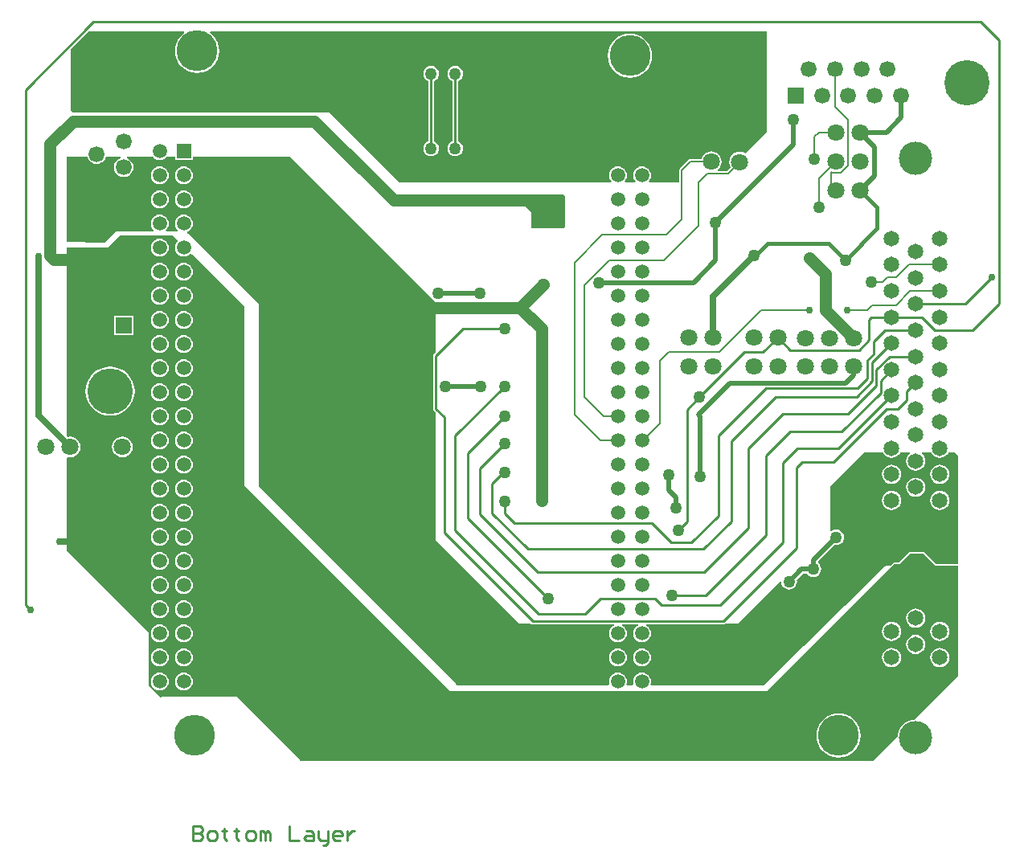
<source format=gbl>
G04*
G04 #@! TF.GenerationSoftware,Altium Limited,Altium Designer,19.0.14 (431)*
G04*
G04 Layer_Physical_Order=2*
G04 Layer_Color=16711680*
%FSLAX25Y25*%
%MOIN*%
G70*
G01*
G75*
%ADD10C,0.01000*%
%ADD15C,0.00800*%
%ADD53C,0.00700*%
%ADD54C,0.05000*%
%ADD55C,0.02000*%
%ADD56C,0.02500*%
%ADD59C,0.01500*%
%ADD60C,0.16929*%
%ADD61C,0.13800*%
%ADD62C,0.06500*%
%ADD63C,0.05906*%
%ADD64R,0.05906X0.05906*%
%ADD65C,0.07087*%
%ADD66C,0.18740*%
%ADD67R,0.06653X0.06653*%
%ADD68C,0.06653*%
%ADD69R,0.06653X0.06653*%
%ADD70C,0.06653*%
%ADD71C,0.18898*%
%ADD72C,0.03000*%
%ADD73C,0.05000*%
G36*
X396700Y573500D02*
X387744Y564544D01*
X387640Y564624D01*
X386608Y565051D01*
X385500Y565197D01*
X384392Y565051D01*
X383360Y564624D01*
X382474Y563944D01*
X381793Y563057D01*
X381366Y562025D01*
X381220Y560917D01*
X381366Y559810D01*
X381793Y558777D01*
X381816Y558748D01*
X380139Y557071D01*
X376407D01*
X376237Y557571D01*
X376763Y557974D01*
X377443Y558860D01*
X377870Y559892D01*
X378016Y561000D01*
X377870Y562108D01*
X377443Y563140D01*
X376763Y564026D01*
X375876Y564707D01*
X374844Y565134D01*
X373736Y565280D01*
X372629Y565134D01*
X371596Y564707D01*
X370710Y564026D01*
X370030Y563140D01*
X369608Y562122D01*
X365000D01*
X365000Y562122D01*
X364571Y562036D01*
X364207Y561793D01*
X364207Y561793D01*
X360624Y558210D01*
X360381Y557846D01*
X360296Y557417D01*
X360296Y557417D01*
Y552453D01*
X347940Y552453D01*
X347728Y552953D01*
X348191Y553555D01*
X348559Y554444D01*
X348684Y555398D01*
X348559Y556351D01*
X348191Y557240D01*
X347605Y558003D01*
X346842Y558588D01*
X345954Y558956D01*
X345000Y559082D01*
X344046Y558956D01*
X343158Y558588D01*
X342395Y558003D01*
X341809Y557240D01*
X341441Y556351D01*
X341316Y555398D01*
X341441Y554444D01*
X341809Y553555D01*
X342272Y552953D01*
X342059Y552453D01*
X337941D01*
X337728Y552953D01*
X338191Y553555D01*
X338559Y554444D01*
X338684Y555398D01*
X338559Y556351D01*
X338191Y557240D01*
X337605Y558003D01*
X336842Y558588D01*
X335954Y558956D01*
X335000Y559082D01*
X334046Y558956D01*
X333158Y558588D01*
X332395Y558003D01*
X331809Y557240D01*
X331441Y556351D01*
X331316Y555398D01*
X331441Y554444D01*
X331809Y553555D01*
X332272Y552953D01*
X332060Y552453D01*
X244547Y552453D01*
X215500Y581500D01*
X109000Y581500D01*
X108000Y582500D01*
Y607770D01*
X115230Y615000D01*
X155014D01*
X155193Y614500D01*
X153988Y613512D01*
X152843Y612116D01*
X151992Y610524D01*
X151468Y608797D01*
X151291Y607000D01*
X151468Y605203D01*
X151992Y603476D01*
X152843Y601884D01*
X153988Y600488D01*
X155384Y599343D01*
X156976Y598492D01*
X158703Y597968D01*
X160500Y597791D01*
X162297Y597968D01*
X164024Y598492D01*
X165616Y599343D01*
X167012Y600488D01*
X168157Y601884D01*
X169008Y603476D01*
X169532Y605203D01*
X169709Y607000D01*
X169532Y608797D01*
X169008Y610524D01*
X168157Y612116D01*
X167012Y613512D01*
X165807Y614500D01*
X165986Y615000D01*
X396700D01*
X396700Y573500D01*
D02*
G37*
G36*
X259500Y502398D02*
Y482230D01*
X258635Y481365D01*
X258370Y480968D01*
X258277Y480500D01*
Y458500D01*
X258370Y458032D01*
X258635Y457635D01*
X259500Y456770D01*
Y404056D01*
X294056Y369500D01*
X298825D01*
X299185Y369260D01*
X299653Y369166D01*
X333247D01*
X333346Y368666D01*
X333158Y368588D01*
X332395Y368003D01*
X331809Y367240D01*
X331441Y366351D01*
X331316Y365398D01*
X331441Y364444D01*
X331809Y363556D01*
X332395Y362792D01*
X333158Y362207D01*
X334046Y361839D01*
X335000Y361713D01*
X335954Y361839D01*
X336842Y362207D01*
X337605Y362792D01*
X338191Y363556D01*
X338559Y364444D01*
X338684Y365398D01*
X338559Y366351D01*
X338191Y367240D01*
X337605Y368003D01*
X336842Y368588D01*
X336654Y368666D01*
X336753Y369166D01*
X343247D01*
X343346Y368666D01*
X343158Y368588D01*
X342395Y368003D01*
X341809Y367240D01*
X341441Y366351D01*
X341316Y365398D01*
X341441Y364444D01*
X341809Y363556D01*
X342395Y362792D01*
X343158Y362207D01*
X344046Y361839D01*
X345000Y361713D01*
X345954Y361839D01*
X346842Y362207D01*
X347605Y362792D01*
X348191Y363556D01*
X348559Y364444D01*
X348684Y365398D01*
X348559Y366351D01*
X348191Y367240D01*
X347605Y368003D01*
X346842Y368588D01*
X346654Y368666D01*
X346753Y369166D01*
X378631D01*
X379100Y369260D01*
X379460Y369500D01*
X384763D01*
X402331Y387068D01*
X402779Y386847D01*
X402772Y386795D01*
X402882Y385960D01*
X403205Y385181D01*
X403718Y384513D01*
X404386Y384000D01*
X405165Y383678D01*
X406000Y383568D01*
X406835Y383678D01*
X407614Y384000D01*
X408282Y384513D01*
X408795Y385181D01*
X409118Y385960D01*
X409228Y386795D01*
X409137Y387481D01*
X411923Y390267D01*
X413297D01*
X413718Y389718D01*
X414386Y389205D01*
X415165Y388882D01*
X416000Y388772D01*
X416835Y388882D01*
X417614Y389205D01*
X418282Y389718D01*
X418795Y390386D01*
X419118Y391165D01*
X419228Y392000D01*
X419118Y392835D01*
X418795Y393614D01*
X418282Y394282D01*
X417921Y394560D01*
X417891Y395140D01*
X424814Y402063D01*
X425500Y401972D01*
X426335Y402082D01*
X427114Y402405D01*
X427782Y402918D01*
X428295Y403586D01*
X428618Y404365D01*
X428728Y405200D01*
X428618Y406035D01*
X428295Y406814D01*
X427782Y407482D01*
X427114Y407995D01*
X426335Y408318D01*
X425500Y408428D01*
X424665Y408318D01*
X423886Y407995D01*
X423477Y407681D01*
X423000Y407945D01*
Y426500D01*
X437000Y440500D01*
X444939D01*
X445050Y440232D01*
X445683Y439407D01*
X446508Y438774D01*
X447469Y438376D01*
X448500Y438240D01*
X449531Y438376D01*
X450492Y438774D01*
X451317Y439407D01*
X451950Y440232D01*
X452061Y440500D01*
X455996D01*
X456166Y440000D01*
X455683Y439630D01*
X455050Y438804D01*
X454652Y437844D01*
X454516Y436812D01*
X454652Y435781D01*
X455050Y434820D01*
X455683Y433995D01*
X456508Y433362D01*
X457469Y432964D01*
X458500Y432828D01*
X459531Y432964D01*
X460492Y433362D01*
X461317Y433995D01*
X461950Y434820D01*
X462348Y435781D01*
X462484Y436812D01*
X462348Y437844D01*
X461950Y438804D01*
X461317Y439630D01*
X460834Y440000D01*
X461004Y440500D01*
X464939D01*
X465050Y440232D01*
X465683Y439407D01*
X466508Y438774D01*
X467469Y438376D01*
X468500Y438240D01*
X469531Y438376D01*
X470492Y438774D01*
X471317Y439407D01*
X471950Y440232D01*
X472061Y440500D01*
X474758D01*
X476000Y439258D01*
X476000Y394714D01*
X476000Y394214D01*
X467015D01*
X462223Y399005D01*
X461992Y399159D01*
X461719Y399214D01*
X456381D01*
X456108Y399159D01*
X455877Y399005D01*
X455372Y398500D01*
X455191D01*
X451404Y394714D01*
X449500Y394714D01*
X449227Y394659D01*
X448995Y394505D01*
X447991Y393500D01*
X446080D01*
X445576Y392996D01*
X395509Y343929D01*
X348795D01*
X348517Y344345D01*
X348559Y344444D01*
X348684Y345398D01*
X348559Y346351D01*
X348191Y347240D01*
X347605Y348003D01*
X346842Y348588D01*
X345954Y348956D01*
X345000Y349082D01*
X344046Y348956D01*
X343158Y348588D01*
X342395Y348003D01*
X341809Y347240D01*
X341441Y346351D01*
X341316Y345398D01*
X341441Y344444D01*
X341482Y344345D01*
X341205Y343929D01*
X338795D01*
X338517Y344345D01*
X338559Y344444D01*
X338684Y345398D01*
X338559Y346351D01*
X338191Y347240D01*
X337605Y348003D01*
X336842Y348588D01*
X335954Y348956D01*
X335000Y349082D01*
X334046Y348956D01*
X333158Y348588D01*
X332395Y348003D01*
X331809Y347240D01*
X331441Y346351D01*
X331316Y345398D01*
X331441Y344444D01*
X331483Y344345D01*
X331205Y343929D01*
X268450D01*
X186000Y426379D01*
X186000Y502000D01*
X156419Y531581D01*
X156516Y532072D01*
X156842Y532207D01*
X157605Y532793D01*
X158191Y533556D01*
X158559Y534444D01*
X158684Y535398D01*
X158559Y536351D01*
X158191Y537240D01*
X157605Y538003D01*
X156842Y538588D01*
X155954Y538956D01*
X155000Y539082D01*
X154046Y538956D01*
X153158Y538588D01*
X152395Y538003D01*
X151809Y537240D01*
X151441Y536351D01*
X151316Y535398D01*
X151441Y534444D01*
X151809Y533556D01*
X152395Y532793D01*
X152541Y532681D01*
X152380Y532207D01*
X147620Y532207D01*
X147459Y532681D01*
X147605Y532793D01*
X148191Y533556D01*
X148559Y534444D01*
X148684Y535398D01*
X148559Y536351D01*
X148191Y537240D01*
X147605Y538003D01*
X146842Y538588D01*
X145954Y538956D01*
X145000Y539082D01*
X144046Y538956D01*
X143158Y538588D01*
X142395Y538003D01*
X141809Y537240D01*
X141441Y536351D01*
X141316Y535398D01*
X141441Y534444D01*
X141809Y533556D01*
X142395Y532793D01*
X142541Y532681D01*
X142380Y532207D01*
X126827Y532207D01*
X121891Y527271D01*
X106500Y527636D01*
X106500Y563000D01*
X114917D01*
X115294Y562091D01*
X115939Y561250D01*
X116780Y560605D01*
X117760Y560199D01*
X118811Y560061D01*
X119862Y560199D01*
X120842Y560605D01*
X121683Y561250D01*
X122328Y562091D01*
X122705Y563000D01*
X128618D01*
X128718Y562500D01*
X127961Y562187D01*
X127120Y561541D01*
X126475Y560700D01*
X126069Y559721D01*
X125931Y558669D01*
X126069Y557618D01*
X126475Y556639D01*
X127120Y555797D01*
X127961Y555152D01*
X128941Y554746D01*
X129992Y554608D01*
X131043Y554746D01*
X132023Y555152D01*
X132864Y555797D01*
X133510Y556639D01*
X133915Y557618D01*
X134054Y558669D01*
X133915Y559721D01*
X133510Y560700D01*
X132864Y561541D01*
X132023Y562187D01*
X131266Y562500D01*
X131366Y563000D01*
X142236D01*
X142395Y562792D01*
X143158Y562207D01*
X144046Y561839D01*
X145000Y561713D01*
X145954Y561839D01*
X146842Y562207D01*
X147605Y562792D01*
X147764Y563000D01*
X151347D01*
Y561745D01*
X158653D01*
Y563000D01*
X198898D01*
X259500Y502398D01*
D02*
G37*
G36*
X313181Y546819D02*
Y534181D01*
X313181Y534181D01*
X312500Y533500D01*
X299000D01*
Y540000D01*
X296000Y543000D01*
Y547500D01*
X312500D01*
X313181Y546819D01*
D02*
G37*
G36*
X150500Y530500D02*
X152468Y528533D01*
X152435Y528033D01*
X152395Y528003D01*
X151809Y527240D01*
X151441Y526351D01*
X151316Y525398D01*
X151441Y524444D01*
X151809Y523556D01*
X152395Y522792D01*
X153158Y522207D01*
X154046Y521839D01*
X155000Y521713D01*
X155954Y521839D01*
X156842Y522207D01*
X157605Y522792D01*
X157636Y522832D01*
X158135Y522865D01*
X180000Y501000D01*
X180000Y426725D01*
X265225Y341500D01*
X397000Y341500D01*
X449500Y394000D01*
X451881Y394000D01*
X456381Y398500D01*
X461719D01*
X466719Y393500D01*
X476000D01*
Y347652D01*
X457872Y329524D01*
X457010Y329439D01*
X455578Y329004D01*
X454257Y328298D01*
X453100Y327349D01*
X452150Y326191D01*
X451444Y324871D01*
X451010Y323439D01*
X450925Y322577D01*
X440848Y312500D01*
X203398D01*
X176898Y339000D01*
X145571D01*
X145500Y338929D01*
X140500Y343929D01*
X140500Y365807D01*
X106500Y399806D01*
X106500Y438136D01*
X107000Y438514D01*
X107808Y438408D01*
X108916Y438554D01*
X109948Y438981D01*
X110834Y439662D01*
X111514Y440548D01*
X111942Y441580D01*
X112088Y442688D01*
X111942Y443796D01*
X111514Y444828D01*
X110834Y445714D01*
X109948Y446394D01*
X108916Y446822D01*
X107808Y446968D01*
X107000Y446862D01*
X106526Y447220D01*
X106500Y447280D01*
X106500Y525398D01*
X123445Y525398D01*
X128547Y530500D01*
X150500Y530500D01*
D02*
G37*
%LPC*%
G36*
X340000Y614209D02*
X338203Y614032D01*
X336476Y613508D01*
X334884Y612657D01*
X333488Y611512D01*
X332343Y610116D01*
X331492Y608524D01*
X330968Y606797D01*
X330791Y605000D01*
X330968Y603203D01*
X331492Y601476D01*
X332343Y599884D01*
X333488Y598488D01*
X334884Y597343D01*
X336476Y596492D01*
X338203Y595968D01*
X340000Y595791D01*
X341797Y595968D01*
X343524Y596492D01*
X345116Y597343D01*
X346512Y598488D01*
X347657Y599884D01*
X348508Y601476D01*
X349032Y603203D01*
X349209Y605000D01*
X349032Y606797D01*
X348508Y608524D01*
X347657Y610116D01*
X346512Y611512D01*
X345116Y612657D01*
X343524Y613508D01*
X341797Y614032D01*
X340000Y614209D01*
D02*
G37*
G36*
X267500Y600728D02*
X266665Y600618D01*
X265886Y600295D01*
X265218Y599782D01*
X264705Y599114D01*
X264382Y598335D01*
X264272Y597500D01*
X264382Y596665D01*
X264705Y595886D01*
X265218Y595218D01*
X265886Y594705D01*
X266277Y594543D01*
Y569457D01*
X265886Y569295D01*
X265218Y568782D01*
X264705Y568114D01*
X264382Y567335D01*
X264272Y566500D01*
X264382Y565665D01*
X264705Y564886D01*
X265218Y564218D01*
X265886Y563705D01*
X266665Y563382D01*
X267500Y563272D01*
X268335Y563382D01*
X269114Y563705D01*
X269782Y564218D01*
X270295Y564886D01*
X270618Y565665D01*
X270728Y566500D01*
X270618Y567335D01*
X270295Y568114D01*
X269782Y568782D01*
X269114Y569295D01*
X268724Y569457D01*
Y594543D01*
X269114Y594705D01*
X269782Y595218D01*
X270295Y595886D01*
X270618Y596665D01*
X270728Y597500D01*
X270618Y598335D01*
X270295Y599114D01*
X269782Y599782D01*
X269114Y600295D01*
X268335Y600618D01*
X267500Y600728D01*
D02*
G37*
G36*
X257500D02*
X256665Y600618D01*
X255886Y600295D01*
X255218Y599782D01*
X254705Y599114D01*
X254382Y598335D01*
X254272Y597500D01*
X254382Y596665D01*
X254705Y595886D01*
X255218Y595218D01*
X255886Y594705D01*
X256276Y594543D01*
Y569457D01*
X255886Y569295D01*
X255218Y568782D01*
X254705Y568114D01*
X254382Y567335D01*
X254272Y566500D01*
X254382Y565665D01*
X254705Y564886D01*
X255218Y564218D01*
X255886Y563705D01*
X256665Y563382D01*
X257500Y563272D01*
X258335Y563382D01*
X259114Y563705D01*
X259782Y564218D01*
X260295Y564886D01*
X260618Y565665D01*
X260728Y566500D01*
X260618Y567335D01*
X260295Y568114D01*
X259782Y568782D01*
X259114Y569295D01*
X258723Y569457D01*
Y594543D01*
X259114Y594705D01*
X259782Y595218D01*
X260295Y595886D01*
X260618Y596665D01*
X260728Y597500D01*
X260618Y598335D01*
X260295Y599114D01*
X259782Y599782D01*
X259114Y600295D01*
X258335Y600618D01*
X257500Y600728D01*
D02*
G37*
G36*
X155000Y559082D02*
X154046Y558956D01*
X153158Y558588D01*
X152395Y558003D01*
X151809Y557240D01*
X151441Y556351D01*
X151316Y555398D01*
X151441Y554444D01*
X151809Y553555D01*
X152395Y552793D01*
X153158Y552207D01*
X154046Y551839D01*
X155000Y551713D01*
X155954Y551839D01*
X156842Y552207D01*
X157605Y552793D01*
X158191Y553555D01*
X158559Y554444D01*
X158684Y555398D01*
X158559Y556351D01*
X158191Y557240D01*
X157605Y558003D01*
X156842Y558588D01*
X155954Y558956D01*
X155000Y559082D01*
D02*
G37*
G36*
X145000D02*
X144046Y558956D01*
X143158Y558588D01*
X142395Y558003D01*
X141809Y557240D01*
X141441Y556351D01*
X141316Y555398D01*
X141441Y554444D01*
X141809Y553555D01*
X142395Y552793D01*
X143158Y552207D01*
X144046Y551839D01*
X145000Y551713D01*
X145954Y551839D01*
X146842Y552207D01*
X147605Y552793D01*
X148191Y553555D01*
X148559Y554444D01*
X148684Y555398D01*
X148559Y556351D01*
X148191Y557240D01*
X147605Y558003D01*
X146842Y558588D01*
X145954Y558956D01*
X145000Y559082D01*
D02*
G37*
G36*
X155000Y549082D02*
X154046Y548956D01*
X153158Y548588D01*
X152395Y548003D01*
X151809Y547240D01*
X151441Y546351D01*
X151316Y545398D01*
X151441Y544444D01*
X151809Y543555D01*
X152395Y542793D01*
X153158Y542207D01*
X154046Y541839D01*
X155000Y541713D01*
X155954Y541839D01*
X156842Y542207D01*
X157605Y542793D01*
X158191Y543555D01*
X158559Y544444D01*
X158684Y545398D01*
X158559Y546351D01*
X158191Y547240D01*
X157605Y548003D01*
X156842Y548588D01*
X155954Y548956D01*
X155000Y549082D01*
D02*
G37*
G36*
X145000D02*
X144046Y548956D01*
X143158Y548588D01*
X142395Y548003D01*
X141809Y547240D01*
X141441Y546351D01*
X141316Y545398D01*
X141441Y544444D01*
X141809Y543555D01*
X142395Y542793D01*
X143158Y542207D01*
X144046Y541839D01*
X145000Y541713D01*
X145954Y541839D01*
X146842Y542207D01*
X147605Y542793D01*
X148191Y543555D01*
X148559Y544444D01*
X148684Y545398D01*
X148559Y546351D01*
X148191Y547240D01*
X147605Y548003D01*
X146842Y548588D01*
X145954Y548956D01*
X145000Y549082D01*
D02*
G37*
G36*
X468500Y435342D02*
X467469Y435207D01*
X466508Y434809D01*
X465683Y434175D01*
X465050Y433350D01*
X464652Y432389D01*
X464516Y431358D01*
X464652Y430327D01*
X465050Y429366D01*
X465683Y428541D01*
X466508Y427908D01*
X467469Y427510D01*
X468500Y427374D01*
X469531Y427510D01*
X470492Y427908D01*
X471317Y428541D01*
X471950Y429366D01*
X472348Y430327D01*
X472484Y431358D01*
X472348Y432389D01*
X471950Y433350D01*
X471317Y434175D01*
X470492Y434809D01*
X469531Y435207D01*
X468500Y435342D01*
D02*
G37*
G36*
X448500D02*
X447469Y435207D01*
X446508Y434809D01*
X445683Y434175D01*
X445050Y433350D01*
X444652Y432389D01*
X444516Y431358D01*
X444652Y430327D01*
X445050Y429366D01*
X445683Y428541D01*
X446508Y427908D01*
X447469Y427510D01*
X448500Y427374D01*
X449531Y427510D01*
X450492Y427908D01*
X451317Y428541D01*
X451950Y429366D01*
X452348Y430327D01*
X452484Y431358D01*
X452348Y432389D01*
X451950Y433350D01*
X451317Y434175D01*
X450492Y434809D01*
X449531Y435207D01*
X448500Y435342D01*
D02*
G37*
G36*
X458500Y429933D02*
X457469Y429797D01*
X456508Y429399D01*
X455683Y428766D01*
X455050Y427941D01*
X454652Y426980D01*
X454516Y425949D01*
X454652Y424918D01*
X455050Y423957D01*
X455683Y423132D01*
X456508Y422499D01*
X457469Y422100D01*
X458500Y421965D01*
X459531Y422100D01*
X460492Y422499D01*
X461317Y423132D01*
X461950Y423957D01*
X462348Y424918D01*
X462484Y425949D01*
X462348Y426980D01*
X461950Y427941D01*
X461317Y428766D01*
X460492Y429399D01*
X459531Y429797D01*
X458500Y429933D01*
D02*
G37*
G36*
X468500Y424476D02*
X467469Y424340D01*
X466508Y423942D01*
X465683Y423309D01*
X465050Y422484D01*
X464652Y421523D01*
X464516Y420492D01*
X464652Y419461D01*
X465050Y418500D01*
X465683Y417675D01*
X466508Y417042D01*
X467469Y416644D01*
X468500Y416508D01*
X469531Y416644D01*
X470492Y417042D01*
X471317Y417675D01*
X471950Y418500D01*
X472348Y419461D01*
X472484Y420492D01*
X472348Y421523D01*
X471950Y422484D01*
X471317Y423309D01*
X470492Y423942D01*
X469531Y424340D01*
X468500Y424476D01*
D02*
G37*
G36*
X448500D02*
X447469Y424340D01*
X446508Y423942D01*
X445683Y423309D01*
X445050Y422484D01*
X444652Y421523D01*
X444516Y420492D01*
X444652Y419461D01*
X445050Y418500D01*
X445683Y417675D01*
X446508Y417042D01*
X447469Y416644D01*
X448500Y416508D01*
X449531Y416644D01*
X450492Y417042D01*
X451317Y417675D01*
X451950Y418500D01*
X452348Y419461D01*
X452484Y420492D01*
X452348Y421523D01*
X451950Y422484D01*
X451317Y423309D01*
X450492Y423942D01*
X449531Y424340D01*
X448500Y424476D01*
D02*
G37*
G36*
X345000Y359082D02*
X344046Y358956D01*
X343158Y358588D01*
X342395Y358003D01*
X341809Y357240D01*
X341441Y356351D01*
X341316Y355398D01*
X341441Y354444D01*
X341809Y353555D01*
X342395Y352793D01*
X343158Y352207D01*
X344046Y351839D01*
X345000Y351713D01*
X345954Y351839D01*
X346842Y352207D01*
X347605Y352793D01*
X348191Y353555D01*
X348559Y354444D01*
X348684Y355398D01*
X348559Y356351D01*
X348191Y357240D01*
X347605Y358003D01*
X346842Y358588D01*
X345954Y358956D01*
X345000Y359082D01*
D02*
G37*
G36*
X335000D02*
X334046Y358956D01*
X333158Y358588D01*
X332395Y358003D01*
X331809Y357240D01*
X331441Y356351D01*
X331316Y355398D01*
X331441Y354444D01*
X331809Y353555D01*
X332395Y352793D01*
X333158Y352207D01*
X334046Y351839D01*
X335000Y351713D01*
X335954Y351839D01*
X336842Y352207D01*
X337605Y352793D01*
X338191Y353555D01*
X338559Y354444D01*
X338684Y355398D01*
X338559Y356351D01*
X338191Y357240D01*
X337605Y358003D01*
X336842Y358588D01*
X335954Y358956D01*
X335000Y359082D01*
D02*
G37*
G36*
X145000Y529082D02*
X144046Y528956D01*
X143158Y528588D01*
X142395Y528003D01*
X141809Y527240D01*
X141441Y526351D01*
X141316Y525398D01*
X141441Y524444D01*
X141809Y523556D01*
X142395Y522792D01*
X143158Y522207D01*
X144046Y521839D01*
X145000Y521713D01*
X145954Y521839D01*
X146842Y522207D01*
X147605Y522792D01*
X148191Y523556D01*
X148559Y524444D01*
X148684Y525398D01*
X148559Y526351D01*
X148191Y527240D01*
X147605Y528003D01*
X146842Y528588D01*
X145954Y528956D01*
X145000Y529082D01*
D02*
G37*
G36*
X155000Y519082D02*
X154046Y518956D01*
X153158Y518588D01*
X152395Y518003D01*
X151809Y517240D01*
X151441Y516351D01*
X151316Y515398D01*
X151441Y514444D01*
X151809Y513555D01*
X152395Y512792D01*
X153158Y512207D01*
X154046Y511839D01*
X155000Y511713D01*
X155954Y511839D01*
X156842Y512207D01*
X157605Y512792D01*
X158191Y513555D01*
X158559Y514444D01*
X158684Y515398D01*
X158559Y516351D01*
X158191Y517240D01*
X157605Y518003D01*
X156842Y518588D01*
X155954Y518956D01*
X155000Y519082D01*
D02*
G37*
G36*
X145000D02*
X144046Y518956D01*
X143158Y518588D01*
X142395Y518003D01*
X141809Y517240D01*
X141441Y516351D01*
X141316Y515398D01*
X141441Y514444D01*
X141809Y513555D01*
X142395Y512792D01*
X143158Y512207D01*
X144046Y511839D01*
X145000Y511713D01*
X145954Y511839D01*
X146842Y512207D01*
X147605Y512792D01*
X148191Y513555D01*
X148559Y514444D01*
X148684Y515398D01*
X148559Y516351D01*
X148191Y517240D01*
X147605Y518003D01*
X146842Y518588D01*
X145954Y518956D01*
X145000Y519082D01*
D02*
G37*
G36*
X155000Y509082D02*
X154046Y508956D01*
X153158Y508588D01*
X152395Y508003D01*
X151809Y507240D01*
X151441Y506351D01*
X151316Y505398D01*
X151441Y504444D01*
X151809Y503555D01*
X152395Y502793D01*
X153158Y502207D01*
X154046Y501839D01*
X155000Y501713D01*
X155954Y501839D01*
X156842Y502207D01*
X157605Y502793D01*
X158191Y503555D01*
X158559Y504444D01*
X158684Y505398D01*
X158559Y506351D01*
X158191Y507240D01*
X157605Y508003D01*
X156842Y508588D01*
X155954Y508956D01*
X155000Y509082D01*
D02*
G37*
G36*
X145000D02*
X144046Y508956D01*
X143158Y508588D01*
X142395Y508003D01*
X141809Y507240D01*
X141441Y506351D01*
X141316Y505398D01*
X141441Y504444D01*
X141809Y503555D01*
X142395Y502793D01*
X143158Y502207D01*
X144046Y501839D01*
X145000Y501713D01*
X145954Y501839D01*
X146842Y502207D01*
X147605Y502793D01*
X148191Y503555D01*
X148559Y504444D01*
X148684Y505398D01*
X148559Y506351D01*
X148191Y507240D01*
X147605Y508003D01*
X146842Y508588D01*
X145954Y508956D01*
X145000Y509082D01*
D02*
G37*
G36*
X155000Y499082D02*
X154046Y498956D01*
X153158Y498588D01*
X152395Y498003D01*
X151809Y497240D01*
X151441Y496351D01*
X151316Y495398D01*
X151441Y494444D01*
X151809Y493555D01*
X152395Y492793D01*
X153158Y492207D01*
X154046Y491839D01*
X155000Y491713D01*
X155954Y491839D01*
X156842Y492207D01*
X157605Y492793D01*
X158191Y493555D01*
X158559Y494444D01*
X158684Y495398D01*
X158559Y496351D01*
X158191Y497240D01*
X157605Y498003D01*
X156842Y498588D01*
X155954Y498956D01*
X155000Y499082D01*
D02*
G37*
G36*
X145000D02*
X144046Y498956D01*
X143158Y498588D01*
X142395Y498003D01*
X141809Y497240D01*
X141441Y496351D01*
X141316Y495398D01*
X141441Y494444D01*
X141809Y493555D01*
X142395Y492793D01*
X143158Y492207D01*
X144046Y491839D01*
X145000Y491713D01*
X145954Y491839D01*
X146842Y492207D01*
X147605Y492793D01*
X148191Y493555D01*
X148559Y494444D01*
X148684Y495398D01*
X148559Y496351D01*
X148191Y497240D01*
X147605Y498003D01*
X146842Y498588D01*
X145954Y498956D01*
X145000Y499082D01*
D02*
G37*
G36*
X134019Y497263D02*
X125965D01*
Y489209D01*
X134019D01*
Y497263D01*
D02*
G37*
G36*
X155000Y489082D02*
X154046Y488956D01*
X153158Y488588D01*
X152395Y488003D01*
X151809Y487240D01*
X151441Y486351D01*
X151316Y485398D01*
X151441Y484444D01*
X151809Y483556D01*
X152395Y482793D01*
X153158Y482207D01*
X154046Y481839D01*
X155000Y481713D01*
X155954Y481839D01*
X156842Y482207D01*
X157605Y482793D01*
X158191Y483556D01*
X158559Y484444D01*
X158684Y485398D01*
X158559Y486351D01*
X158191Y487240D01*
X157605Y488003D01*
X156842Y488588D01*
X155954Y488956D01*
X155000Y489082D01*
D02*
G37*
G36*
X145000D02*
X144046Y488956D01*
X143158Y488588D01*
X142395Y488003D01*
X141809Y487240D01*
X141441Y486351D01*
X141316Y485398D01*
X141441Y484444D01*
X141809Y483556D01*
X142395Y482793D01*
X143158Y482207D01*
X144046Y481839D01*
X145000Y481713D01*
X145954Y481839D01*
X146842Y482207D01*
X147605Y482793D01*
X148191Y483556D01*
X148559Y484444D01*
X148684Y485398D01*
X148559Y486351D01*
X148191Y487240D01*
X147605Y488003D01*
X146842Y488588D01*
X145954Y488956D01*
X145000Y489082D01*
D02*
G37*
G36*
X155000Y479082D02*
X154046Y478956D01*
X153158Y478588D01*
X152395Y478003D01*
X151809Y477240D01*
X151441Y476351D01*
X151316Y475398D01*
X151441Y474444D01*
X151809Y473556D01*
X152395Y472792D01*
X153158Y472207D01*
X154046Y471839D01*
X155000Y471713D01*
X155954Y471839D01*
X156842Y472207D01*
X157605Y472792D01*
X158191Y473556D01*
X158559Y474444D01*
X158684Y475398D01*
X158559Y476351D01*
X158191Y477240D01*
X157605Y478003D01*
X156842Y478588D01*
X155954Y478956D01*
X155000Y479082D01*
D02*
G37*
G36*
X145000D02*
X144046Y478956D01*
X143158Y478588D01*
X142395Y478003D01*
X141809Y477240D01*
X141441Y476351D01*
X141316Y475398D01*
X141441Y474444D01*
X141809Y473556D01*
X142395Y472792D01*
X143158Y472207D01*
X144046Y471839D01*
X145000Y471713D01*
X145954Y471839D01*
X146842Y472207D01*
X147605Y472792D01*
X148191Y473556D01*
X148559Y474444D01*
X148684Y475398D01*
X148559Y476351D01*
X148191Y477240D01*
X147605Y478003D01*
X146842Y478588D01*
X145954Y478956D01*
X145000Y479082D01*
D02*
G37*
G36*
X155000Y469082D02*
X154046Y468956D01*
X153158Y468588D01*
X152395Y468003D01*
X151809Y467240D01*
X151441Y466351D01*
X151316Y465398D01*
X151441Y464444D01*
X151809Y463555D01*
X152395Y462792D01*
X153158Y462207D01*
X154046Y461839D01*
X155000Y461713D01*
X155954Y461839D01*
X156842Y462207D01*
X157605Y462792D01*
X158191Y463555D01*
X158559Y464444D01*
X158684Y465398D01*
X158559Y466351D01*
X158191Y467240D01*
X157605Y468003D01*
X156842Y468588D01*
X155954Y468956D01*
X155000Y469082D01*
D02*
G37*
G36*
X145000D02*
X144046Y468956D01*
X143158Y468588D01*
X142395Y468003D01*
X141809Y467240D01*
X141441Y466351D01*
X141316Y465398D01*
X141441Y464444D01*
X141809Y463555D01*
X142395Y462792D01*
X143158Y462207D01*
X144046Y461839D01*
X145000Y461713D01*
X145954Y461839D01*
X146842Y462207D01*
X147605Y462792D01*
X148191Y463555D01*
X148559Y464444D01*
X148684Y465398D01*
X148559Y466351D01*
X148191Y467240D01*
X147605Y468003D01*
X146842Y468588D01*
X145954Y468956D01*
X145000Y469082D01*
D02*
G37*
G36*
X124402Y476013D02*
X122412Y475817D01*
X120499Y475237D01*
X118736Y474294D01*
X117191Y473026D01*
X115922Y471481D01*
X114980Y469718D01*
X114400Y467804D01*
X114204Y465815D01*
X114400Y463825D01*
X114980Y461912D01*
X115922Y460149D01*
X117191Y458604D01*
X118736Y457336D01*
X120499Y456393D01*
X122412Y455813D01*
X124402Y455617D01*
X126391Y455813D01*
X128304Y456393D01*
X130067Y457336D01*
X131613Y458604D01*
X132881Y460149D01*
X133823Y461912D01*
X134404Y463825D01*
X134599Y465815D01*
X134404Y467804D01*
X133823Y469718D01*
X132881Y471481D01*
X131613Y473026D01*
X130067Y474294D01*
X128304Y475237D01*
X126391Y475817D01*
X124402Y476013D01*
D02*
G37*
G36*
X155000Y459082D02*
X154046Y458956D01*
X153158Y458588D01*
X152395Y458003D01*
X151809Y457240D01*
X151441Y456351D01*
X151316Y455398D01*
X151441Y454444D01*
X151809Y453555D01*
X152395Y452793D01*
X153158Y452207D01*
X154046Y451839D01*
X155000Y451713D01*
X155954Y451839D01*
X156842Y452207D01*
X157605Y452793D01*
X158191Y453555D01*
X158559Y454444D01*
X158684Y455398D01*
X158559Y456351D01*
X158191Y457240D01*
X157605Y458003D01*
X156842Y458588D01*
X155954Y458956D01*
X155000Y459082D01*
D02*
G37*
G36*
X145000D02*
X144046Y458956D01*
X143158Y458588D01*
X142395Y458003D01*
X141809Y457240D01*
X141441Y456351D01*
X141316Y455398D01*
X141441Y454444D01*
X141809Y453555D01*
X142395Y452793D01*
X143158Y452207D01*
X144046Y451839D01*
X145000Y451713D01*
X145954Y451839D01*
X146842Y452207D01*
X147605Y452793D01*
X148191Y453555D01*
X148559Y454444D01*
X148684Y455398D01*
X148559Y456351D01*
X148191Y457240D01*
X147605Y458003D01*
X146842Y458588D01*
X145954Y458956D01*
X145000Y459082D01*
D02*
G37*
G36*
X155000Y449082D02*
X154046Y448956D01*
X153158Y448588D01*
X152395Y448003D01*
X151809Y447240D01*
X151441Y446351D01*
X151316Y445398D01*
X151441Y444444D01*
X151809Y443555D01*
X152395Y442793D01*
X153158Y442207D01*
X154046Y441839D01*
X155000Y441713D01*
X155954Y441839D01*
X156842Y442207D01*
X157605Y442793D01*
X158191Y443555D01*
X158559Y444444D01*
X158684Y445398D01*
X158559Y446351D01*
X158191Y447240D01*
X157605Y448003D01*
X156842Y448588D01*
X155954Y448956D01*
X155000Y449082D01*
D02*
G37*
G36*
X145000D02*
X144046Y448956D01*
X143158Y448588D01*
X142395Y448003D01*
X141809Y447240D01*
X141441Y446351D01*
X141316Y445398D01*
X141441Y444444D01*
X141809Y443555D01*
X142395Y442793D01*
X143158Y442207D01*
X144046Y441839D01*
X145000Y441713D01*
X145954Y441839D01*
X146842Y442207D01*
X147605Y442793D01*
X148191Y443555D01*
X148559Y444444D01*
X148684Y445398D01*
X148559Y446351D01*
X148191Y447240D01*
X147605Y448003D01*
X146842Y448588D01*
X145954Y448956D01*
X145000Y449082D01*
D02*
G37*
G36*
X129466Y446968D02*
X128358Y446822D01*
X127326Y446394D01*
X126439Y445714D01*
X125759Y444828D01*
X125332Y443796D01*
X125186Y442688D01*
X125332Y441580D01*
X125759Y440548D01*
X126439Y439662D01*
X127326Y438981D01*
X128358Y438554D01*
X129466Y438408D01*
X130574Y438554D01*
X131606Y438981D01*
X132492Y439662D01*
X133172Y440548D01*
X133600Y441580D01*
X133746Y442688D01*
X133600Y443796D01*
X133172Y444828D01*
X132492Y445714D01*
X131606Y446394D01*
X130574Y446822D01*
X129466Y446968D01*
D02*
G37*
G36*
X155000Y439082D02*
X154046Y438956D01*
X153158Y438588D01*
X152395Y438003D01*
X151809Y437240D01*
X151441Y436351D01*
X151316Y435398D01*
X151441Y434444D01*
X151809Y433556D01*
X152395Y432793D01*
X153158Y432207D01*
X154046Y431839D01*
X155000Y431713D01*
X155954Y431839D01*
X156842Y432207D01*
X157605Y432793D01*
X158191Y433556D01*
X158559Y434444D01*
X158684Y435398D01*
X158559Y436351D01*
X158191Y437240D01*
X157605Y438003D01*
X156842Y438588D01*
X155954Y438956D01*
X155000Y439082D01*
D02*
G37*
G36*
X145000D02*
X144046Y438956D01*
X143158Y438588D01*
X142395Y438003D01*
X141809Y437240D01*
X141441Y436351D01*
X141316Y435398D01*
X141441Y434444D01*
X141809Y433556D01*
X142395Y432793D01*
X143158Y432207D01*
X144046Y431839D01*
X145000Y431713D01*
X145954Y431839D01*
X146842Y432207D01*
X147605Y432793D01*
X148191Y433556D01*
X148559Y434444D01*
X148684Y435398D01*
X148559Y436351D01*
X148191Y437240D01*
X147605Y438003D01*
X146842Y438588D01*
X145954Y438956D01*
X145000Y439082D01*
D02*
G37*
G36*
X155000Y429082D02*
X154046Y428956D01*
X153158Y428588D01*
X152395Y428003D01*
X151809Y427240D01*
X151441Y426351D01*
X151316Y425398D01*
X151441Y424444D01*
X151809Y423556D01*
X152395Y422792D01*
X153158Y422207D01*
X154046Y421839D01*
X155000Y421713D01*
X155954Y421839D01*
X156842Y422207D01*
X157605Y422792D01*
X158191Y423556D01*
X158559Y424444D01*
X158684Y425398D01*
X158559Y426351D01*
X158191Y427240D01*
X157605Y428003D01*
X156842Y428588D01*
X155954Y428956D01*
X155000Y429082D01*
D02*
G37*
G36*
X145000D02*
X144046Y428956D01*
X143158Y428588D01*
X142395Y428003D01*
X141809Y427240D01*
X141441Y426351D01*
X141316Y425398D01*
X141441Y424444D01*
X141809Y423556D01*
X142395Y422792D01*
X143158Y422207D01*
X144046Y421839D01*
X145000Y421713D01*
X145954Y421839D01*
X146842Y422207D01*
X147605Y422792D01*
X148191Y423556D01*
X148559Y424444D01*
X148684Y425398D01*
X148559Y426351D01*
X148191Y427240D01*
X147605Y428003D01*
X146842Y428588D01*
X145954Y428956D01*
X145000Y429082D01*
D02*
G37*
G36*
X155000Y419082D02*
X154046Y418956D01*
X153158Y418588D01*
X152395Y418003D01*
X151809Y417240D01*
X151441Y416351D01*
X151316Y415398D01*
X151441Y414444D01*
X151809Y413555D01*
X152395Y412792D01*
X153158Y412207D01*
X154046Y411839D01*
X155000Y411713D01*
X155954Y411839D01*
X156842Y412207D01*
X157605Y412792D01*
X158191Y413555D01*
X158559Y414444D01*
X158684Y415398D01*
X158559Y416351D01*
X158191Y417240D01*
X157605Y418003D01*
X156842Y418588D01*
X155954Y418956D01*
X155000Y419082D01*
D02*
G37*
G36*
X145000D02*
X144046Y418956D01*
X143158Y418588D01*
X142395Y418003D01*
X141809Y417240D01*
X141441Y416351D01*
X141316Y415398D01*
X141441Y414444D01*
X141809Y413555D01*
X142395Y412792D01*
X143158Y412207D01*
X144046Y411839D01*
X145000Y411713D01*
X145954Y411839D01*
X146842Y412207D01*
X147605Y412792D01*
X148191Y413555D01*
X148559Y414444D01*
X148684Y415398D01*
X148559Y416351D01*
X148191Y417240D01*
X147605Y418003D01*
X146842Y418588D01*
X145954Y418956D01*
X145000Y419082D01*
D02*
G37*
G36*
X155000Y409082D02*
X154046Y408956D01*
X153158Y408588D01*
X152395Y408003D01*
X151809Y407240D01*
X151441Y406351D01*
X151316Y405398D01*
X151441Y404444D01*
X151809Y403555D01*
X152395Y402793D01*
X153158Y402207D01*
X154046Y401839D01*
X155000Y401713D01*
X155954Y401839D01*
X156842Y402207D01*
X157605Y402793D01*
X158191Y403555D01*
X158559Y404444D01*
X158684Y405398D01*
X158559Y406351D01*
X158191Y407240D01*
X157605Y408003D01*
X156842Y408588D01*
X155954Y408956D01*
X155000Y409082D01*
D02*
G37*
G36*
X145000D02*
X144046Y408956D01*
X143158Y408588D01*
X142395Y408003D01*
X141809Y407240D01*
X141441Y406351D01*
X141316Y405398D01*
X141441Y404444D01*
X141809Y403555D01*
X142395Y402793D01*
X143158Y402207D01*
X144046Y401839D01*
X145000Y401713D01*
X145954Y401839D01*
X146842Y402207D01*
X147605Y402793D01*
X148191Y403555D01*
X148559Y404444D01*
X148684Y405398D01*
X148559Y406351D01*
X148191Y407240D01*
X147605Y408003D01*
X146842Y408588D01*
X145954Y408956D01*
X145000Y409082D01*
D02*
G37*
G36*
X155000Y399082D02*
X154046Y398956D01*
X153158Y398588D01*
X152395Y398003D01*
X151809Y397240D01*
X151441Y396351D01*
X151316Y395398D01*
X151441Y394444D01*
X151809Y393555D01*
X152395Y392793D01*
X153158Y392207D01*
X154046Y391839D01*
X155000Y391713D01*
X155954Y391839D01*
X156842Y392207D01*
X157605Y392793D01*
X158191Y393555D01*
X158559Y394444D01*
X158684Y395398D01*
X158559Y396351D01*
X158191Y397240D01*
X157605Y398003D01*
X156842Y398588D01*
X155954Y398956D01*
X155000Y399082D01*
D02*
G37*
G36*
X145000D02*
X144046Y398956D01*
X143158Y398588D01*
X142395Y398003D01*
X141809Y397240D01*
X141441Y396351D01*
X141316Y395398D01*
X141441Y394444D01*
X141809Y393555D01*
X142395Y392793D01*
X143158Y392207D01*
X144046Y391839D01*
X145000Y391713D01*
X145954Y391839D01*
X146842Y392207D01*
X147605Y392793D01*
X148191Y393555D01*
X148559Y394444D01*
X148684Y395398D01*
X148559Y396351D01*
X148191Y397240D01*
X147605Y398003D01*
X146842Y398588D01*
X145954Y398956D01*
X145000Y399082D01*
D02*
G37*
G36*
X155000Y389082D02*
X154046Y388956D01*
X153158Y388588D01*
X152395Y388003D01*
X151809Y387240D01*
X151441Y386351D01*
X151316Y385398D01*
X151441Y384444D01*
X151809Y383556D01*
X152395Y382792D01*
X153158Y382207D01*
X154046Y381839D01*
X155000Y381713D01*
X155954Y381839D01*
X156842Y382207D01*
X157605Y382792D01*
X158191Y383556D01*
X158559Y384444D01*
X158684Y385398D01*
X158559Y386351D01*
X158191Y387240D01*
X157605Y388003D01*
X156842Y388588D01*
X155954Y388956D01*
X155000Y389082D01*
D02*
G37*
G36*
X145000D02*
X144046Y388956D01*
X143158Y388588D01*
X142395Y388003D01*
X141809Y387240D01*
X141441Y386351D01*
X141316Y385398D01*
X141441Y384444D01*
X141809Y383556D01*
X142395Y382792D01*
X143158Y382207D01*
X144046Y381839D01*
X145000Y381713D01*
X145954Y381839D01*
X146842Y382207D01*
X147605Y382792D01*
X148191Y383556D01*
X148559Y384444D01*
X148684Y385398D01*
X148559Y386351D01*
X148191Y387240D01*
X147605Y388003D01*
X146842Y388588D01*
X145954Y388956D01*
X145000Y389082D01*
D02*
G37*
G36*
X155000Y379082D02*
X154046Y378956D01*
X153158Y378588D01*
X152395Y378003D01*
X151809Y377240D01*
X151441Y376351D01*
X151316Y375398D01*
X151441Y374444D01*
X151809Y373555D01*
X152395Y372793D01*
X153158Y372207D01*
X154046Y371839D01*
X155000Y371713D01*
X155954Y371839D01*
X156842Y372207D01*
X157605Y372793D01*
X158191Y373555D01*
X158559Y374444D01*
X158684Y375398D01*
X158559Y376351D01*
X158191Y377240D01*
X157605Y378003D01*
X156842Y378588D01*
X155954Y378956D01*
X155000Y379082D01*
D02*
G37*
G36*
X145000D02*
X144046Y378956D01*
X143158Y378588D01*
X142395Y378003D01*
X141809Y377240D01*
X141441Y376351D01*
X141316Y375398D01*
X141441Y374444D01*
X141809Y373555D01*
X142395Y372793D01*
X143158Y372207D01*
X144046Y371839D01*
X145000Y371713D01*
X145954Y371839D01*
X146842Y372207D01*
X147605Y372793D01*
X148191Y373555D01*
X148559Y374444D01*
X148684Y375398D01*
X148559Y376351D01*
X148191Y377240D01*
X147605Y378003D01*
X146842Y378588D01*
X145954Y378956D01*
X145000Y379082D01*
D02*
G37*
G36*
X458500Y375615D02*
X457469Y375480D01*
X456508Y375082D01*
X455683Y374448D01*
X455050Y373623D01*
X454652Y372662D01*
X454516Y371631D01*
X454652Y370600D01*
X455050Y369639D01*
X455683Y368814D01*
X456508Y368181D01*
X457469Y367783D01*
X458500Y367647D01*
X459531Y367783D01*
X460492Y368181D01*
X461317Y368814D01*
X461950Y369639D01*
X462348Y370600D01*
X462484Y371631D01*
X462348Y372662D01*
X461950Y373623D01*
X461317Y374448D01*
X460492Y375082D01*
X459531Y375480D01*
X458500Y375615D01*
D02*
G37*
G36*
X468500Y370146D02*
X467469Y370010D01*
X466508Y369612D01*
X465683Y368979D01*
X465050Y368153D01*
X464652Y367193D01*
X464516Y366161D01*
X464652Y365130D01*
X465050Y364169D01*
X465683Y363344D01*
X466508Y362711D01*
X467469Y362313D01*
X468500Y362177D01*
X469531Y362313D01*
X470492Y362711D01*
X471317Y363344D01*
X471950Y364169D01*
X472348Y365130D01*
X472484Y366161D01*
X472348Y367193D01*
X471950Y368153D01*
X471317Y368979D01*
X470492Y369612D01*
X469531Y370010D01*
X468500Y370146D01*
D02*
G37*
G36*
X448500D02*
X447469Y370010D01*
X446508Y369612D01*
X445683Y368979D01*
X445050Y368153D01*
X444652Y367193D01*
X444516Y366161D01*
X444652Y365130D01*
X445050Y364169D01*
X445683Y363344D01*
X446508Y362711D01*
X447469Y362313D01*
X448500Y362177D01*
X449531Y362313D01*
X450492Y362711D01*
X451317Y363344D01*
X451950Y364169D01*
X452348Y365130D01*
X452484Y366161D01*
X452348Y367193D01*
X451950Y368153D01*
X451317Y368979D01*
X450492Y369612D01*
X449531Y370010D01*
X448500Y370146D01*
D02*
G37*
G36*
X155000Y369082D02*
X154046Y368956D01*
X153158Y368588D01*
X152395Y368003D01*
X151809Y367240D01*
X151441Y366351D01*
X151316Y365398D01*
X151441Y364444D01*
X151809Y363556D01*
X152395Y362792D01*
X153158Y362207D01*
X154046Y361839D01*
X155000Y361713D01*
X155954Y361839D01*
X156842Y362207D01*
X157605Y362792D01*
X158191Y363556D01*
X158559Y364444D01*
X158684Y365398D01*
X158559Y366351D01*
X158191Y367240D01*
X157605Y368003D01*
X156842Y368588D01*
X155954Y368956D01*
X155000Y369082D01*
D02*
G37*
G36*
X145000D02*
X144046Y368956D01*
X143158Y368588D01*
X142395Y368003D01*
X141809Y367240D01*
X141441Y366351D01*
X141316Y365398D01*
X141441Y364444D01*
X141809Y363556D01*
X142395Y362792D01*
X143158Y362207D01*
X144046Y361839D01*
X145000Y361713D01*
X145954Y361839D01*
X146842Y362207D01*
X147605Y362792D01*
X148191Y363556D01*
X148559Y364444D01*
X148684Y365398D01*
X148559Y366351D01*
X148191Y367240D01*
X147605Y368003D01*
X146842Y368588D01*
X145954Y368956D01*
X145000Y369082D01*
D02*
G37*
G36*
X458500Y364752D02*
X457469Y364616D01*
X456508Y364218D01*
X455683Y363585D01*
X455050Y362760D01*
X454652Y361799D01*
X454516Y360768D01*
X454652Y359737D01*
X455050Y358776D01*
X455683Y357951D01*
X456508Y357317D01*
X457469Y356920D01*
X458500Y356784D01*
X459531Y356920D01*
X460492Y357317D01*
X461317Y357951D01*
X461950Y358776D01*
X462348Y359737D01*
X462484Y360768D01*
X462348Y361799D01*
X461950Y362760D01*
X461317Y363585D01*
X460492Y364218D01*
X459531Y364616D01*
X458500Y364752D01*
D02*
G37*
G36*
X155000Y359082D02*
X154046Y358956D01*
X153158Y358588D01*
X152395Y358003D01*
X151809Y357240D01*
X151441Y356351D01*
X151316Y355398D01*
X151441Y354444D01*
X151809Y353555D01*
X152395Y352793D01*
X153158Y352207D01*
X154046Y351839D01*
X155000Y351713D01*
X155954Y351839D01*
X156842Y352207D01*
X157605Y352793D01*
X158191Y353555D01*
X158559Y354444D01*
X158684Y355398D01*
X158559Y356351D01*
X158191Y357240D01*
X157605Y358003D01*
X156842Y358588D01*
X155954Y358956D01*
X155000Y359082D01*
D02*
G37*
G36*
X145000D02*
X144046Y358956D01*
X143158Y358588D01*
X142395Y358003D01*
X141809Y357240D01*
X141441Y356351D01*
X141316Y355398D01*
X141441Y354444D01*
X141809Y353555D01*
X142395Y352793D01*
X143158Y352207D01*
X144046Y351839D01*
X145000Y351713D01*
X145954Y351839D01*
X146842Y352207D01*
X147605Y352793D01*
X148191Y353555D01*
X148559Y354444D01*
X148684Y355398D01*
X148559Y356351D01*
X148191Y357240D01*
X147605Y358003D01*
X146842Y358588D01*
X145954Y358956D01*
X145000Y359082D01*
D02*
G37*
G36*
X468500Y359279D02*
X467469Y359144D01*
X466508Y358746D01*
X465683Y358112D01*
X465050Y357287D01*
X464652Y356326D01*
X464516Y355295D01*
X464652Y354264D01*
X465050Y353303D01*
X465683Y352478D01*
X466508Y351845D01*
X467469Y351447D01*
X468500Y351311D01*
X469531Y351447D01*
X470492Y351845D01*
X471317Y352478D01*
X471950Y353303D01*
X472348Y354264D01*
X472484Y355295D01*
X472348Y356326D01*
X471950Y357287D01*
X471317Y358112D01*
X470492Y358746D01*
X469531Y359144D01*
X468500Y359279D01*
D02*
G37*
G36*
X448500D02*
X447469Y359144D01*
X446508Y358746D01*
X445683Y358112D01*
X445050Y357287D01*
X444652Y356326D01*
X444516Y355295D01*
X444652Y354264D01*
X445050Y353303D01*
X445683Y352478D01*
X446508Y351845D01*
X447469Y351447D01*
X448500Y351311D01*
X449531Y351447D01*
X450492Y351845D01*
X451317Y352478D01*
X451950Y353303D01*
X452348Y354264D01*
X452484Y355295D01*
X452348Y356326D01*
X451950Y357287D01*
X451317Y358112D01*
X450492Y358746D01*
X449531Y359144D01*
X448500Y359279D01*
D02*
G37*
G36*
X155000Y349082D02*
X154046Y348956D01*
X153158Y348588D01*
X152395Y348003D01*
X151809Y347240D01*
X151441Y346351D01*
X151316Y345398D01*
X151441Y344444D01*
X151809Y343555D01*
X152395Y342793D01*
X153158Y342207D01*
X154046Y341839D01*
X155000Y341713D01*
X155954Y341839D01*
X156842Y342207D01*
X157605Y342793D01*
X158191Y343555D01*
X158559Y344444D01*
X158684Y345398D01*
X158559Y346351D01*
X158191Y347240D01*
X157605Y348003D01*
X156842Y348588D01*
X155954Y348956D01*
X155000Y349082D01*
D02*
G37*
G36*
X145000D02*
X144046Y348956D01*
X143158Y348588D01*
X142395Y348003D01*
X141809Y347240D01*
X141441Y346351D01*
X141316Y345398D01*
X141441Y344444D01*
X141809Y343555D01*
X142395Y342793D01*
X143158Y342207D01*
X144046Y341839D01*
X145000Y341713D01*
X145954Y341839D01*
X146842Y342207D01*
X147605Y342793D01*
X148191Y343555D01*
X148559Y344444D01*
X148684Y345398D01*
X148559Y346351D01*
X148191Y347240D01*
X147605Y348003D01*
X146842Y348588D01*
X145954Y348956D01*
X145000Y349082D01*
D02*
G37*
G36*
X426500Y332209D02*
X424703Y332032D01*
X422976Y331508D01*
X421384Y330657D01*
X419988Y329512D01*
X418843Y328116D01*
X417992Y326524D01*
X417468Y324797D01*
X417291Y323000D01*
X417468Y321203D01*
X417992Y319476D01*
X418843Y317884D01*
X419988Y316488D01*
X421384Y315343D01*
X422976Y314492D01*
X424703Y313968D01*
X426500Y313791D01*
X428297Y313968D01*
X430024Y314492D01*
X431616Y315343D01*
X433012Y316488D01*
X434157Y317884D01*
X435008Y319476D01*
X435532Y321203D01*
X435709Y323000D01*
X435532Y324797D01*
X435008Y326524D01*
X434157Y328116D01*
X433012Y329512D01*
X431616Y330657D01*
X430024Y331508D01*
X428297Y332032D01*
X426500Y332209D01*
D02*
G37*
%LPD*%
D10*
X368771Y463315D02*
X387456Y482000D01*
X395198D01*
X439085Y486989D02*
Y495500D01*
X440140Y496555D01*
X367771Y462271D02*
X368771D01*
X440140Y496555D02*
X448500D01*
X299653Y370390D02*
X378631D01*
X263000Y407043D02*
X299653Y370390D01*
X263000Y407043D02*
Y455000D01*
X302000Y373500D02*
X321500D01*
X267500Y408000D02*
X302000Y373500D01*
X267500Y408000D02*
Y447315D01*
X272625Y413120D02*
X306000Y379745D01*
X272625Y413120D02*
Y440125D01*
X89343Y590843D02*
X117500Y619000D01*
X89343Y377125D02*
Y590843D01*
Y377125D02*
X91432Y375036D01*
X259500Y480500D02*
X270815Y491815D01*
X259500Y458500D02*
Y480500D01*
Y458500D02*
X263000Y455000D01*
X478993Y501993D02*
X490000Y513000D01*
X458500Y501993D02*
X478993D01*
X406427Y482926D02*
X435022D01*
X401275Y488078D02*
X406427Y482926D01*
X441000Y486500D02*
X445630Y491130D01*
X441000Y481250D02*
Y486500D01*
X438500Y478750D02*
X441000Y481250D01*
X435022Y482926D02*
X439085Y486989D01*
X445630Y491130D02*
X458500D01*
X438500Y471000D02*
Y478750D01*
X482000Y491000D02*
X493000Y502000D01*
X466455Y491000D02*
X482000D01*
X460900Y496555D02*
X466455Y491000D01*
X448500Y496555D02*
X460900D01*
X493000Y502000D02*
Y611500D01*
X485500Y619000D02*
X493000Y611500D01*
X117500Y619000D02*
X485500D01*
X257500Y566500D02*
Y597500D01*
X321500Y373500D02*
X327738Y379738D01*
X270815Y491815D02*
X288000D01*
X327738Y379738D02*
X350450D01*
X434500Y467000D02*
X438500Y471000D01*
X396241Y467000D02*
X434500D01*
X376626Y447384D02*
X396241Y467000D01*
X272625Y440125D02*
X288000Y455500D01*
X277750Y433750D02*
X288000Y444000D01*
X277750Y414750D02*
Y433750D01*
X301750Y390750D02*
X327000Y390750D01*
X277750Y414750D02*
X301750Y390750D01*
X297617Y400500D02*
X370500D01*
X282875Y415242D02*
X297617Y400500D01*
X282875Y415242D02*
Y427375D01*
X363667Y458167D02*
X367771Y462271D01*
X363667Y411667D02*
Y458167D01*
X360000Y408000D02*
X363667Y411667D01*
X353188Y377000D02*
X377500D01*
X350450Y379738D02*
X353188Y377000D01*
X371503Y381245D02*
X396254Y405995D01*
X357500Y381245D02*
X371503D01*
X378631Y370390D02*
X408970Y400728D01*
X377500Y377000D02*
X403496Y402996D01*
X443900Y465258D02*
Y470223D01*
X427888Y449246D02*
X443900Y465258D01*
X406246Y449246D02*
X427888D01*
X442200Y468200D02*
Y474816D01*
X430500Y456500D02*
X442200Y468200D01*
X403241Y456500D02*
X430500D01*
X440500Y469945D02*
Y477689D01*
X434126Y463571D02*
X440500Y469945D01*
X400313Y463571D02*
X434126D01*
X451000Y458500D02*
X454750Y462250D01*
Y465653D02*
X458500Y469403D01*
X454750Y462250D02*
Y465653D01*
X446500Y458500D02*
X451000D01*
X424530Y436530D02*
X446500Y458500D01*
X411513Y436530D02*
X424530D01*
X426548Y442004D02*
X448500Y463957D01*
X409246Y442004D02*
X426548D01*
X443900Y470223D02*
X448500Y474823D01*
X447650Y480266D02*
X458500D01*
X442200Y474816D02*
X447650Y480266D01*
X440500Y477689D02*
X448500Y485689D01*
X381929Y445187D02*
X400313Y463571D01*
X403496Y436254D02*
X409246Y442004D01*
X408970Y433987D02*
X411513Y436530D01*
X389000Y442259D02*
X403241Y456500D01*
X396254Y439254D02*
X406246Y449246D01*
X381929Y411929D02*
Y445187D01*
X376626Y414126D02*
Y447384D01*
X396254Y405995D02*
Y439254D01*
X403496Y402996D02*
Y436254D01*
X408970Y400728D02*
Y433987D01*
X389000Y409000D02*
Y442259D01*
X287500Y432000D02*
X288000D01*
X282875Y427375D02*
X287500Y432000D01*
X267500Y566500D02*
Y597500D01*
X267500Y447315D02*
X288000Y467815D01*
X327000Y390750D02*
X370750D01*
X292000Y411000D02*
X349000D01*
X370750Y390750D02*
X389000Y409000D01*
X370500Y400500D02*
X381929Y411929D01*
X365500Y403000D02*
X376626Y414126D01*
X288000Y415000D02*
Y420000D01*
X357000Y403000D02*
X365500D01*
X349000Y411000D02*
X357000Y403000D01*
X288000Y415000D02*
X292000Y411000D01*
X395198Y482000D02*
X401275Y488078D01*
X158684Y285498D02*
Y279500D01*
X161683D01*
X162683Y280500D01*
Y281499D01*
X161683Y282499D01*
X158684D01*
X161683D01*
X162683Y283499D01*
Y284498D01*
X161683Y285498D01*
X158684D01*
X165682Y279500D02*
X167681D01*
X168681Y280500D01*
Y282499D01*
X167681Y283499D01*
X165682D01*
X164682Y282499D01*
Y280500D01*
X165682Y279500D01*
X171680Y284498D02*
Y283499D01*
X170680D01*
X172680D01*
X171680D01*
Y280500D01*
X172680Y279500D01*
X176678Y284498D02*
Y283499D01*
X175679D01*
X177678D01*
X176678D01*
Y280500D01*
X177678Y279500D01*
X181677D02*
X183676D01*
X184676Y280500D01*
Y282499D01*
X183676Y283499D01*
X181677D01*
X180677Y282499D01*
Y280500D01*
X181677Y279500D01*
X186675D02*
Y283499D01*
X187675D01*
X188675Y282499D01*
Y279500D01*
Y282499D01*
X189674Y283499D01*
X190674Y282499D01*
Y279500D01*
X198671Y285498D02*
Y279500D01*
X202670D01*
X205669Y283499D02*
X207668D01*
X208668Y282499D01*
Y279500D01*
X205669D01*
X204669Y280500D01*
X205669Y281499D01*
X208668D01*
X210667Y283499D02*
Y280500D01*
X211667Y279500D01*
X214666D01*
Y278500D01*
X213667Y277501D01*
X212667D01*
X214666Y279500D02*
Y283499D01*
X219665Y279500D02*
X217665D01*
X216666Y280500D01*
Y282499D01*
X217665Y283499D01*
X219665D01*
X220664Y282499D01*
Y281499D01*
X216666D01*
X222664Y283499D02*
Y279500D01*
Y281499D01*
X223663Y282499D01*
X224663Y283499D01*
X225663D01*
D15*
X328500Y530638D02*
X355068D01*
X317000Y519138D02*
X328500Y530638D01*
X355068D02*
X361417Y536987D01*
X317000Y456000D02*
Y519138D01*
Y456000D02*
X327602Y445398D01*
X335000D01*
X361417Y536987D02*
Y557417D01*
X446804Y513000D02*
X450500D01*
X444836Y511031D02*
X446804Y513000D01*
X440014Y511031D02*
X444836D01*
X365000Y561000D02*
X373736D01*
X361417Y557417D02*
X365000Y561000D01*
X425047Y583739D02*
X430500Y578287D01*
Y559433D02*
Y578287D01*
X427423Y556357D02*
X430500Y559433D01*
X425047Y583739D02*
Y599681D01*
X423577Y556357D02*
X427423D01*
X423277Y556656D02*
X423577Y556357D01*
X423277Y551223D02*
Y556656D01*
Y551223D02*
X425500Y549000D01*
X418236Y573236D02*
X425500D01*
X416500Y571500D02*
X418236Y573236D01*
X416500Y562000D02*
Y571500D01*
X418500Y554000D02*
X425500Y561000D01*
X418500Y542000D02*
Y554000D01*
X455787Y518287D02*
X468500D01*
X450500Y513000D02*
X455787Y518287D01*
D53*
X377000Y482000D02*
X394428Y499428D01*
X414392D01*
X450260Y501500D02*
X456181Y507421D01*
X440388Y501500D02*
X450260D01*
X438315Y499428D02*
X440388Y501500D01*
X430142Y499428D02*
X438315D01*
X345398Y445398D02*
X352500Y452500D01*
X345000Y445398D02*
X345398D01*
X352500Y452500D02*
Y478500D01*
X356000Y482000D01*
X377000D01*
X456181Y507421D02*
X468500D01*
X371917Y556000D02*
X380583D01*
X368370Y552453D02*
X371917Y556000D01*
X380583D02*
X385500Y560917D01*
X368370Y534302D02*
Y552453D01*
X354175Y520107D02*
X368370Y534302D01*
X331342Y520107D02*
X354175D01*
X321000Y509765D02*
X331342Y520107D01*
X321000Y463532D02*
X329134Y455398D01*
X321000Y463532D02*
Y509765D01*
X329134Y455398D02*
X335000D01*
D54*
X303500Y467815D02*
Y491815D01*
Y444315D02*
Y467815D01*
Y420315D02*
Y444315D01*
X209100Y577900D02*
X242000Y545000D01*
X108900Y577900D02*
X209100D01*
X99500Y568500D02*
X108900Y577900D01*
X242000Y545000D02*
X297300D01*
X99500Y522000D02*
Y568500D01*
Y522000D02*
X101000Y520500D01*
X118811D01*
X414500Y521000D02*
X421000Y514500D01*
Y499568D02*
Y514500D01*
Y499568D02*
X432642Y487926D01*
X139504Y596996D02*
X149395Y587105D01*
X124402Y596996D02*
X139504D01*
X149395Y587105D02*
X162500D01*
X221395D02*
X252000Y556500D01*
X162500Y587105D02*
X221395D01*
X350602Y571000D02*
X373736D01*
X345000Y565398D02*
X350602Y571000D01*
X252000Y556500D02*
X291397D01*
X300295Y565398D01*
X335000D01*
X345000D01*
X294315Y500500D02*
X304000Y510185D01*
X294315Y500500D02*
X303500Y491815D01*
X246412Y500500D02*
X294315D01*
D55*
X327000Y510745D02*
X366245D01*
X375500Y520000D02*
Y535934D01*
X366245Y510745D02*
X375500Y520000D01*
X260500Y506453D02*
X277673D01*
X263500Y467719D02*
X278000D01*
X407642Y568076D02*
Y578500D01*
X375500Y535934D02*
X407642Y568076D01*
X452311Y588319D02*
Y588500D01*
Y579306D02*
Y588319D01*
X369000Y430312D02*
Y455322D01*
X368276Y456047D02*
X369000Y455322D01*
X368276Y456047D02*
X381429Y469200D01*
X429440D01*
X432642Y472402D01*
Y476225D01*
X359000Y417500D02*
Y421715D01*
X356000Y424715D02*
X359000Y421715D01*
X416000Y395700D02*
X425500Y405200D01*
X416000Y392000D02*
Y395700D01*
X411205Y392000D02*
X416000D01*
X406000Y386795D02*
X411205Y392000D01*
X356000Y424715D02*
Y431072D01*
X446242Y573236D02*
X452311Y579306D01*
X435500Y573236D02*
X446242D01*
X435500D02*
X441500Y567236D01*
Y555000D02*
Y567236D01*
X435500Y549000D02*
X441500Y555000D01*
D56*
X94608Y455888D02*
X107808Y442688D01*
X94608Y455888D02*
Y521934D01*
X103897Y403294D02*
X109948D01*
X103635Y403555D02*
X103897Y403294D01*
X103500Y403555D02*
X103635D01*
X214500Y500495D02*
X246407D01*
X374500Y505000D02*
X391500Y522000D01*
X374500Y488000D02*
Y505000D01*
X246407Y500495D02*
X246412Y500500D01*
D59*
X422261Y527107D02*
X429261Y520107D01*
X397107Y527107D02*
X422261D01*
X392000Y522000D02*
X397107Y527107D01*
X435500Y549000D02*
X442500Y542000D01*
Y533346D02*
Y542000D01*
X429261Y520107D02*
X442500Y533346D01*
X391500Y522000D02*
X392000D01*
D60*
X426500Y323000D02*
D03*
X340000Y605000D02*
D03*
X159500Y323000D02*
D03*
X160500Y607000D02*
D03*
D61*
X458500Y562500D02*
D03*
Y321949D02*
D03*
D62*
X468500Y355295D02*
D03*
X448500D02*
D03*
X468500Y377028D02*
D03*
Y387894D02*
D03*
Y398760D02*
D03*
Y409626D02*
D03*
Y420492D02*
D03*
Y431358D02*
D03*
Y442224D02*
D03*
Y453090D02*
D03*
Y463957D02*
D03*
Y474823D02*
D03*
Y485689D02*
D03*
Y496555D02*
D03*
Y507421D02*
D03*
Y518287D02*
D03*
Y529153D02*
D03*
X458500Y360768D02*
D03*
Y371631D02*
D03*
Y382495D02*
D03*
Y393358D02*
D03*
Y404222D02*
D03*
Y415085D02*
D03*
Y425949D02*
D03*
Y436812D02*
D03*
Y447676D02*
D03*
Y458539D02*
D03*
Y469403D02*
D03*
Y480266D02*
D03*
Y491130D02*
D03*
Y501993D02*
D03*
Y512857D02*
D03*
Y523720D02*
D03*
X448500Y366161D02*
D03*
Y377028D02*
D03*
Y387894D02*
D03*
Y398760D02*
D03*
Y409626D02*
D03*
Y420492D02*
D03*
Y431358D02*
D03*
Y442224D02*
D03*
Y453090D02*
D03*
Y463957D02*
D03*
Y474823D02*
D03*
Y485689D02*
D03*
Y496555D02*
D03*
Y507421D02*
D03*
X468500Y366161D02*
D03*
X448500Y518287D02*
D03*
Y529153D02*
D03*
D63*
X335000Y345398D02*
D03*
X345000D02*
D03*
X335000Y355398D02*
D03*
X345000D02*
D03*
X335000Y365398D02*
D03*
X345000D02*
D03*
X335000Y375398D02*
D03*
X345000D02*
D03*
X335000Y385398D02*
D03*
X345000D02*
D03*
X335000Y395398D02*
D03*
X345000D02*
D03*
X335000Y405398D02*
D03*
X345000D02*
D03*
X335000Y415398D02*
D03*
X345000D02*
D03*
X335000Y425398D02*
D03*
X345000D02*
D03*
X335000Y435398D02*
D03*
X345000D02*
D03*
X335000Y445398D02*
D03*
X345000D02*
D03*
X335000Y455398D02*
D03*
X345000D02*
D03*
X335000Y465398D02*
D03*
X345000D02*
D03*
X335000Y475398D02*
D03*
X345000D02*
D03*
X335000Y485398D02*
D03*
X345000D02*
D03*
X335000Y495398D02*
D03*
X345000D02*
D03*
X335000Y505398D02*
D03*
X345000D02*
D03*
X335000Y515398D02*
D03*
X345000D02*
D03*
X335000Y525398D02*
D03*
X345000D02*
D03*
X335000Y535398D02*
D03*
X345000D02*
D03*
X335000Y545398D02*
D03*
X345000D02*
D03*
X335000Y555398D02*
D03*
X345000D02*
D03*
X335000Y565398D02*
D03*
X145000D02*
D03*
X155000Y555398D02*
D03*
X145000D02*
D03*
X155000Y545398D02*
D03*
X145000D02*
D03*
X155000Y535398D02*
D03*
X145000D02*
D03*
X155000Y525398D02*
D03*
X145000D02*
D03*
X155000Y515398D02*
D03*
X145000D02*
D03*
X155000Y505398D02*
D03*
X145000D02*
D03*
X155000Y495398D02*
D03*
X145000D02*
D03*
X155000Y485398D02*
D03*
X145000D02*
D03*
X155000Y475398D02*
D03*
X145000D02*
D03*
X155000Y465398D02*
D03*
X145000D02*
D03*
X155000Y455398D02*
D03*
X145000D02*
D03*
X155000Y445398D02*
D03*
X145000D02*
D03*
X155000Y435398D02*
D03*
X145000D02*
D03*
X155000Y425398D02*
D03*
X145000D02*
D03*
X155000Y415398D02*
D03*
X145000D02*
D03*
X155000Y405398D02*
D03*
X145000D02*
D03*
X155000Y395398D02*
D03*
X145000D02*
D03*
X155000Y385398D02*
D03*
X145000D02*
D03*
X155000Y375398D02*
D03*
X145000D02*
D03*
X155000Y365398D02*
D03*
X145000D02*
D03*
X155000Y355398D02*
D03*
X145000D02*
D03*
X155000Y345398D02*
D03*
X145000D02*
D03*
D64*
X345000Y565398D02*
D03*
X155000D02*
D03*
D65*
X129466Y442688D02*
D03*
X119466D02*
D03*
X97808D02*
D03*
X107808D02*
D03*
X432642Y476225D02*
D03*
X422642D02*
D03*
X412642D02*
D03*
X432642Y487926D02*
D03*
X422642D02*
D03*
X412642D02*
D03*
X401275Y488078D02*
D03*
X391276D02*
D03*
X401275Y476219D02*
D03*
X391276D02*
D03*
X364500Y476000D02*
D03*
X374500D02*
D03*
X425500Y561000D02*
D03*
X435500D02*
D03*
X425500Y573236D02*
D03*
X435500D02*
D03*
X425500Y549000D02*
D03*
X435500D02*
D03*
X373736Y561000D02*
D03*
Y571000D02*
D03*
X385500Y560917D02*
D03*
Y570917D02*
D03*
X374500Y488000D02*
D03*
X364500D02*
D03*
D66*
X479693Y593909D02*
D03*
X381307D02*
D03*
D67*
X408689Y588319D02*
D03*
D68*
X414142Y599500D02*
D03*
X419594Y588319D02*
D03*
X425047Y599500D02*
D03*
X430500Y588319D02*
D03*
X435953Y599500D02*
D03*
X441405Y588319D02*
D03*
X446858Y599500D02*
D03*
X452311Y588319D02*
D03*
D69*
X129992Y493236D02*
D03*
D70*
X118811Y498689D02*
D03*
X129992Y504142D02*
D03*
X118811Y509594D02*
D03*
X129992Y515047D02*
D03*
X118811Y520500D02*
D03*
X129992Y525953D02*
D03*
X118811Y531405D02*
D03*
X129992Y536858D02*
D03*
X118811Y542311D02*
D03*
X129992Y547764D02*
D03*
X118811Y553217D02*
D03*
X129992Y558669D02*
D03*
X118811Y564122D02*
D03*
X129992Y569575D02*
D03*
D71*
X124402Y465815D02*
D03*
Y596996D02*
D03*
D72*
X414392Y499428D02*
D03*
X430142D02*
D03*
X94608Y521934D02*
D03*
X103500Y403555D02*
D03*
X302000Y540917D02*
D03*
Y535398D02*
D03*
Y546000D02*
D03*
X490000Y513000D02*
D03*
X414500Y521000D02*
D03*
X91432Y375036D02*
D03*
D73*
X440014Y511031D02*
D03*
X277673Y506453D02*
D03*
X260500D02*
D03*
X263500Y467719D02*
D03*
X162500Y587105D02*
D03*
X257500Y597500D02*
D03*
X306000Y379745D02*
D03*
X369000Y430312D02*
D03*
X429261Y520107D02*
D03*
X407642Y578500D02*
D03*
X288000Y491815D02*
D03*
X278000Y467719D02*
D03*
X359000Y417500D02*
D03*
X425500Y405200D02*
D03*
X304000Y510185D02*
D03*
X327000Y510745D02*
D03*
X391500Y522000D02*
D03*
X356000Y431072D02*
D03*
X357500Y381245D02*
D03*
X416000Y392000D02*
D03*
X416500Y562000D02*
D03*
X418500Y542000D02*
D03*
X288000Y432000D02*
D03*
X267500Y597500D02*
D03*
Y566500D02*
D03*
X257500D02*
D03*
X288000Y467815D02*
D03*
Y420000D02*
D03*
Y444000D02*
D03*
Y455500D02*
D03*
X406000Y386795D02*
D03*
X360000Y408000D02*
D03*
X368771Y463315D02*
D03*
X303500Y491815D02*
D03*
Y467815D02*
D03*
Y444315D02*
D03*
Y420315D02*
D03*
X375500Y535934D02*
D03*
M02*

</source>
